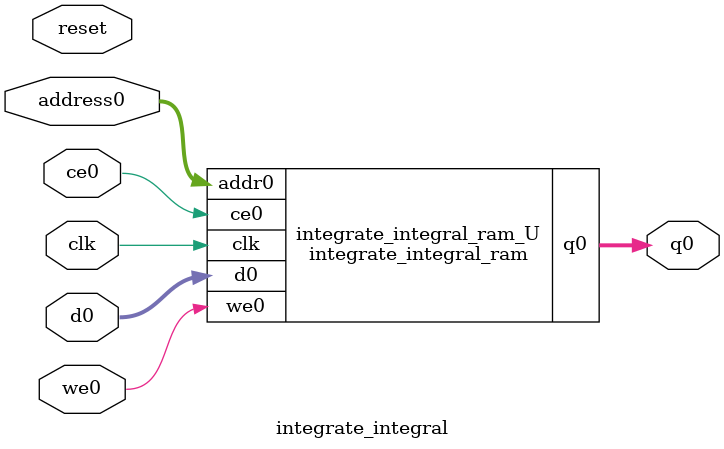
<source format=v>

`timescale 1 ns / 1 ps
module integrate_integral_ram (addr0, ce0, d0, we0, q0,  clk);

parameter DWIDTH = 32;
parameter AWIDTH = 10;
parameter MEM_SIZE = 1000;

input[AWIDTH-1:0] addr0;
input ce0;
input[DWIDTH-1:0] d0;
input we0;
output reg[DWIDTH-1:0] q0;
input clk;

(* ram_style = "block" *)reg [DWIDTH-1:0] ram[0:MEM_SIZE-1];




always @(posedge clk)  
begin 
    if (ce0) 
    begin
        if (we0) 
        begin 
            ram[addr0] <= d0; 
            q0 <= d0;
        end 
        else 
            q0 <= ram[addr0];
    end
end


endmodule


`timescale 1 ns / 1 ps
module integrate_integral(
    reset,
    clk,
    address0,
    ce0,
    we0,
    d0,
    q0);

parameter DataWidth = 32'd32;
parameter AddressRange = 32'd1000;
parameter AddressWidth = 32'd10;
input reset;
input clk;
input[AddressWidth - 1:0] address0;
input ce0;
input we0;
input[DataWidth - 1:0] d0;
output[DataWidth - 1:0] q0;



integrate_integral_ram integrate_integral_ram_U(
    .clk( clk ),
    .addr0( address0 ),
    .ce0( ce0 ),
    .d0( d0 ),
    .we0( we0 ),
    .q0( q0 ));

endmodule


</source>
